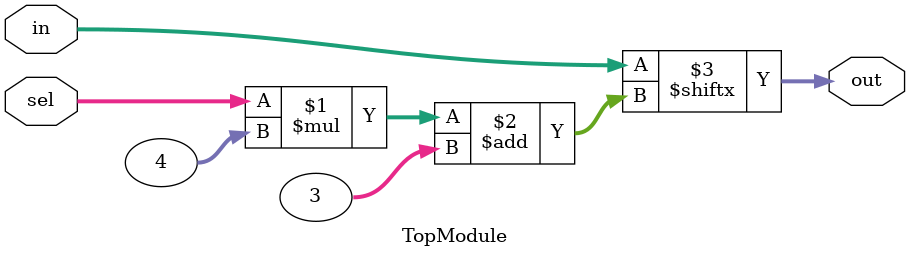
<source format=sv>

module TopModule (
  input [1023:0] in,
  input [7:0] sel,
  output [3:0] out
);
assign out = in[(sel * 4) : (sel * 4) + 3];
endmodule

</source>
